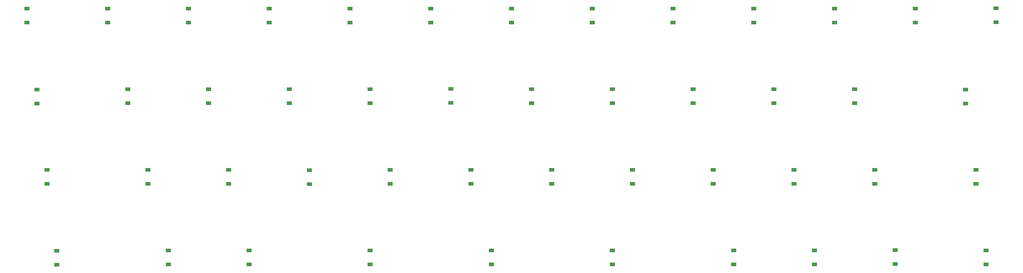
<source format=gbr>
%TF.GenerationSoftware,KiCad,Pcbnew,(6.0.7)*%
%TF.CreationDate,2022-12-15T16:20:59+01:00*%
%TF.ProjectId,Kestrel47,4b657374-7265-46c3-9437-2e6b69636164,rev?*%
%TF.SameCoordinates,Original*%
%TF.FileFunction,Paste,Bot*%
%TF.FilePolarity,Positive*%
%FSLAX46Y46*%
G04 Gerber Fmt 4.6, Leading zero omitted, Abs format (unit mm)*
G04 Created by KiCad (PCBNEW (6.0.7)) date 2022-12-15 16:20:59*
%MOMM*%
%LPD*%
G01*
G04 APERTURE LIST*
%ADD10R,1.200000X0.900000*%
G04 APERTURE END LIST*
D10*
%TO.C,D29*%
X176212500Y-66737500D03*
X176212500Y-63437500D03*
%TD*%
%TO.C,D7*%
X61912500Y-66737500D03*
X61912500Y-63437500D03*
%TD*%
%TO.C,D43*%
X242887500Y-28637500D03*
X242887500Y-25337500D03*
%TD*%
%TO.C,D47*%
X261937500Y-28575000D03*
X261937500Y-25275000D03*
%TD*%
%TO.C,D17*%
X109537500Y-28637500D03*
X109537500Y-25337500D03*
%TD*%
%TO.C,D38*%
X219075000Y-85787500D03*
X219075000Y-82487500D03*
%TD*%
%TO.C,D2*%
X35687000Y-47751000D03*
X35687000Y-44451000D03*
%TD*%
%TO.C,D18*%
X114300000Y-47687500D03*
X114300000Y-44387500D03*
%TD*%
%TO.C,D46*%
X259588000Y-85787500D03*
X259588000Y-82487500D03*
%TD*%
%TO.C,D31*%
X185737500Y-28637500D03*
X185737500Y-25337500D03*
%TD*%
%TO.C,D8*%
X66675000Y-85787500D03*
X66675000Y-82487500D03*
%TD*%
%TO.C,D22*%
X138112500Y-66737500D03*
X138112500Y-63437500D03*
%TD*%
%TO.C,D37*%
X214312500Y-66737500D03*
X214312500Y-63437500D03*
%TD*%
%TO.C,D16*%
X114300000Y-85787500D03*
X114300000Y-82487500D03*
%TD*%
%TO.C,D15*%
X100012500Y-66800000D03*
X100012500Y-63500000D03*
%TD*%
%TO.C,D6*%
X57150000Y-47687500D03*
X57150000Y-44387500D03*
%TD*%
%TO.C,D24*%
X147637500Y-28637500D03*
X147637500Y-25337500D03*
%TD*%
%TO.C,D19*%
X119062500Y-66737500D03*
X119062500Y-63437500D03*
%TD*%
%TO.C,D9*%
X71437500Y-28637500D03*
X71437500Y-25337500D03*
%TD*%
%TO.C,D1*%
X33337500Y-28637500D03*
X33337500Y-25337500D03*
%TD*%
%TO.C,D32*%
X190500000Y-47687500D03*
X190500000Y-44387500D03*
%TD*%
%TO.C,D3*%
X38100000Y-66737500D03*
X38100000Y-63437500D03*
%TD*%
%TO.C,D42*%
X238125000Y-85725000D03*
X238125000Y-82425000D03*
%TD*%
%TO.C,D21*%
X133350000Y-47625000D03*
X133350000Y-44325000D03*
%TD*%
%TO.C,D28*%
X171450000Y-47687500D03*
X171450000Y-44387500D03*
%TD*%
%TO.C,D40*%
X228600000Y-47687500D03*
X228600000Y-44387500D03*
%TD*%
%TO.C,D45*%
X257175000Y-66737500D03*
X257175000Y-63437500D03*
%TD*%
%TO.C,D4*%
X40386000Y-85851000D03*
X40386000Y-82551000D03*
%TD*%
%TO.C,D34*%
X200025000Y-85787500D03*
X200025000Y-82487500D03*
%TD*%
%TO.C,D14*%
X95250000Y-47687500D03*
X95250000Y-44387500D03*
%TD*%
%TO.C,D10*%
X76200000Y-47687500D03*
X76200000Y-44387500D03*
%TD*%
%TO.C,D26*%
X157162500Y-66737500D03*
X157162500Y-63437500D03*
%TD*%
%TO.C,D5*%
X52387500Y-28637500D03*
X52387500Y-25337500D03*
%TD*%
%TO.C,D25*%
X152400000Y-47687500D03*
X152400000Y-44387500D03*
%TD*%
%TO.C,D33*%
X195262500Y-66737500D03*
X195262500Y-63437500D03*
%TD*%
%TO.C,D35*%
X204787500Y-28637500D03*
X204787500Y-25337500D03*
%TD*%
%TO.C,D20*%
X128587500Y-28637500D03*
X128587500Y-25337500D03*
%TD*%
%TO.C,D23*%
X142875000Y-85787500D03*
X142875000Y-82487500D03*
%TD*%
%TO.C,D27*%
X166687500Y-28637500D03*
X166687500Y-25337500D03*
%TD*%
%TO.C,D12*%
X85725000Y-85787500D03*
X85725000Y-82487500D03*
%TD*%
%TO.C,D41*%
X233362500Y-66737500D03*
X233362500Y-63437500D03*
%TD*%
%TO.C,D44*%
X254762000Y-47751000D03*
X254762000Y-44451000D03*
%TD*%
%TO.C,D39*%
X223837500Y-28637500D03*
X223837500Y-25337500D03*
%TD*%
%TO.C,D30*%
X171450000Y-85787500D03*
X171450000Y-82487500D03*
%TD*%
%TO.C,D36*%
X209550000Y-47687500D03*
X209550000Y-44387500D03*
%TD*%
%TO.C,D13*%
X90487500Y-28637500D03*
X90487500Y-25337500D03*
%TD*%
%TO.C,D11*%
X80962500Y-66737500D03*
X80962500Y-63437500D03*
%TD*%
M02*

</source>
